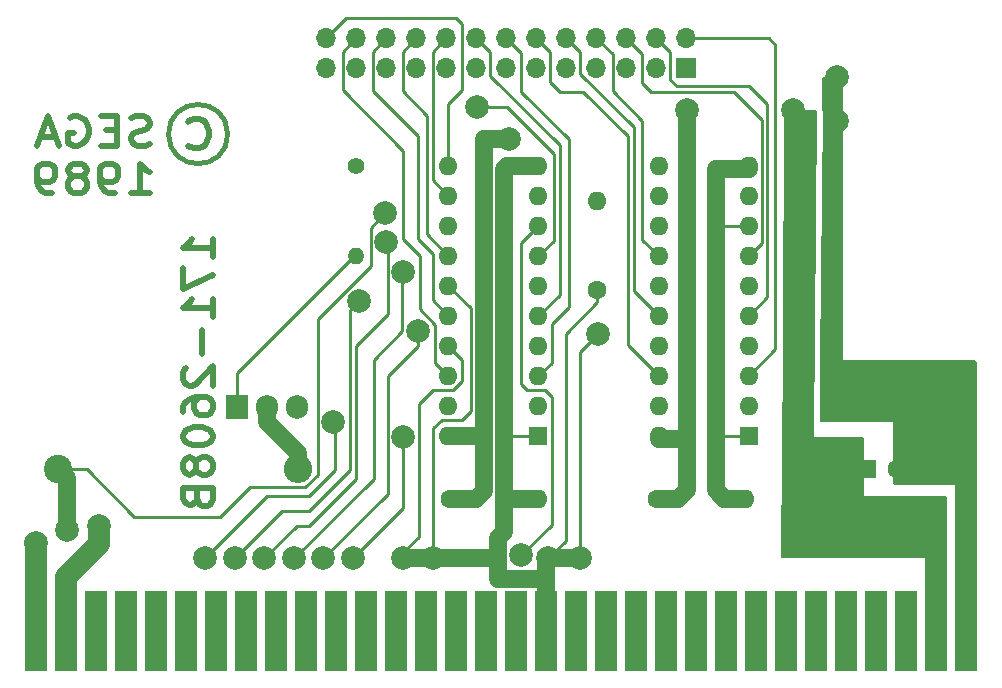
<source format=gbr>
%TF.GenerationSoftware,KiCad,Pcbnew,7.0.5*%
%TF.CreationDate,2023-10-29T18:10:31+11:00*%
%TF.ProjectId,Sega DS-16,53656761-2044-4532-9d31-362e6b696361,rev?*%
%TF.SameCoordinates,Original*%
%TF.FileFunction,Copper,L2,Bot*%
%TF.FilePolarity,Positive*%
%FSLAX46Y46*%
G04 Gerber Fmt 4.6, Leading zero omitted, Abs format (unit mm)*
G04 Created by KiCad (PCBNEW 7.0.5) date 2023-10-29 18:10:31*
%MOMM*%
%LPD*%
G01*
G04 APERTURE LIST*
%TA.AperFunction,NonConductor*%
%ADD10C,0.450000*%
%TD*%
%ADD11C,0.500000*%
%TA.AperFunction,NonConductor*%
%ADD12C,0.500000*%
%TD*%
%TA.AperFunction,ComponentPad*%
%ADD13C,1.600000*%
%TD*%
%TA.AperFunction,ComponentPad*%
%ADD14O,1.600000X1.600000*%
%TD*%
%TA.AperFunction,ComponentPad*%
%ADD15R,1.600000X1.600000*%
%TD*%
%TA.AperFunction,ComponentPad*%
%ADD16C,2.400000*%
%TD*%
%TA.AperFunction,ComponentPad*%
%ADD17O,2.400000X2.400000*%
%TD*%
%TA.AperFunction,SMDPad,CuDef*%
%ADD18R,1.905000X6.858000*%
%TD*%
%TA.AperFunction,ComponentPad*%
%ADD19C,1.400000*%
%TD*%
%TA.AperFunction,ComponentPad*%
%ADD20O,1.400000X1.400000*%
%TD*%
%TA.AperFunction,ComponentPad*%
%ADD21R,1.905000X2.000000*%
%TD*%
%TA.AperFunction,ComponentPad*%
%ADD22O,1.905000X2.000000*%
%TD*%
%TA.AperFunction,ComponentPad*%
%ADD23R,1.700000X1.700000*%
%TD*%
%TA.AperFunction,ComponentPad*%
%ADD24O,1.700000X1.700000*%
%TD*%
%TA.AperFunction,ViaPad*%
%ADD25C,2.000000*%
%TD*%
%TA.AperFunction,Conductor*%
%ADD26C,1.500000*%
%TD*%
%TA.AperFunction,Conductor*%
%ADD27C,1.900000*%
%TD*%
%TA.AperFunction,Conductor*%
%ADD28C,0.250000*%
%TD*%
%TA.AperFunction,Conductor*%
%ADD29C,2.000000*%
%TD*%
G04 APERTURE END LIST*
D10*
X122390001Y-88330000D02*
G75*
G03*
X122390001Y-88330000I-2504496J0D01*
G01*
D11*
D12*
X119064386Y-89299952D02*
X119197719Y-89419000D01*
X119197719Y-89419000D02*
X119597719Y-89538047D01*
X119597719Y-89538047D02*
X119864386Y-89538047D01*
X119864386Y-89538047D02*
X120264386Y-89419000D01*
X120264386Y-89419000D02*
X120531053Y-89180904D01*
X120531053Y-89180904D02*
X120664386Y-88942809D01*
X120664386Y-88942809D02*
X120797719Y-88466619D01*
X120797719Y-88466619D02*
X120797719Y-88109476D01*
X120797719Y-88109476D02*
X120664386Y-87633285D01*
X120664386Y-87633285D02*
X120531053Y-87395190D01*
X120531053Y-87395190D02*
X120264386Y-87157095D01*
X120264386Y-87157095D02*
X119864386Y-87038047D01*
X119864386Y-87038047D02*
X119597719Y-87038047D01*
X119597719Y-87038047D02*
X119197719Y-87157095D01*
X119197719Y-87157095D02*
X119064386Y-87276142D01*
D11*
D12*
X115807719Y-89194000D02*
X115407719Y-89313047D01*
X115407719Y-89313047D02*
X114741053Y-89313047D01*
X114741053Y-89313047D02*
X114474386Y-89194000D01*
X114474386Y-89194000D02*
X114341053Y-89074952D01*
X114341053Y-89074952D02*
X114207719Y-88836857D01*
X114207719Y-88836857D02*
X114207719Y-88598761D01*
X114207719Y-88598761D02*
X114341053Y-88360666D01*
X114341053Y-88360666D02*
X114474386Y-88241619D01*
X114474386Y-88241619D02*
X114741053Y-88122571D01*
X114741053Y-88122571D02*
X115274386Y-88003523D01*
X115274386Y-88003523D02*
X115541053Y-87884476D01*
X115541053Y-87884476D02*
X115674386Y-87765428D01*
X115674386Y-87765428D02*
X115807719Y-87527333D01*
X115807719Y-87527333D02*
X115807719Y-87289238D01*
X115807719Y-87289238D02*
X115674386Y-87051142D01*
X115674386Y-87051142D02*
X115541053Y-86932095D01*
X115541053Y-86932095D02*
X115274386Y-86813047D01*
X115274386Y-86813047D02*
X114607719Y-86813047D01*
X114607719Y-86813047D02*
X114207719Y-86932095D01*
X113007719Y-88003523D02*
X112074386Y-88003523D01*
X111674386Y-89313047D02*
X113007719Y-89313047D01*
X113007719Y-89313047D02*
X113007719Y-86813047D01*
X113007719Y-86813047D02*
X111674386Y-86813047D01*
X109007719Y-86932095D02*
X109274386Y-86813047D01*
X109274386Y-86813047D02*
X109674386Y-86813047D01*
X109674386Y-86813047D02*
X110074386Y-86932095D01*
X110074386Y-86932095D02*
X110341053Y-87170190D01*
X110341053Y-87170190D02*
X110474386Y-87408285D01*
X110474386Y-87408285D02*
X110607719Y-87884476D01*
X110607719Y-87884476D02*
X110607719Y-88241619D01*
X110607719Y-88241619D02*
X110474386Y-88717809D01*
X110474386Y-88717809D02*
X110341053Y-88955904D01*
X110341053Y-88955904D02*
X110074386Y-89194000D01*
X110074386Y-89194000D02*
X109674386Y-89313047D01*
X109674386Y-89313047D02*
X109407719Y-89313047D01*
X109407719Y-89313047D02*
X109007719Y-89194000D01*
X109007719Y-89194000D02*
X108874386Y-89074952D01*
X108874386Y-89074952D02*
X108874386Y-88241619D01*
X108874386Y-88241619D02*
X109407719Y-88241619D01*
X107807719Y-88598761D02*
X106474386Y-88598761D01*
X108074386Y-89313047D02*
X107141053Y-86813047D01*
X107141053Y-86813047D02*
X106207719Y-89313047D01*
X114207719Y-93338047D02*
X115807719Y-93338047D01*
X115007719Y-93338047D02*
X115007719Y-90838047D01*
X115007719Y-90838047D02*
X115274386Y-91195190D01*
X115274386Y-91195190D02*
X115541053Y-91433285D01*
X115541053Y-91433285D02*
X115807719Y-91552333D01*
X112874386Y-93338047D02*
X112341052Y-93338047D01*
X112341052Y-93338047D02*
X112074386Y-93219000D01*
X112074386Y-93219000D02*
X111941052Y-93099952D01*
X111941052Y-93099952D02*
X111674386Y-92742809D01*
X111674386Y-92742809D02*
X111541052Y-92266619D01*
X111541052Y-92266619D02*
X111541052Y-91314238D01*
X111541052Y-91314238D02*
X111674386Y-91076142D01*
X111674386Y-91076142D02*
X111807719Y-90957095D01*
X111807719Y-90957095D02*
X112074386Y-90838047D01*
X112074386Y-90838047D02*
X112607719Y-90838047D01*
X112607719Y-90838047D02*
X112874386Y-90957095D01*
X112874386Y-90957095D02*
X113007719Y-91076142D01*
X113007719Y-91076142D02*
X113141052Y-91314238D01*
X113141052Y-91314238D02*
X113141052Y-91909476D01*
X113141052Y-91909476D02*
X113007719Y-92147571D01*
X113007719Y-92147571D02*
X112874386Y-92266619D01*
X112874386Y-92266619D02*
X112607719Y-92385666D01*
X112607719Y-92385666D02*
X112074386Y-92385666D01*
X112074386Y-92385666D02*
X111807719Y-92266619D01*
X111807719Y-92266619D02*
X111674386Y-92147571D01*
X111674386Y-92147571D02*
X111541052Y-91909476D01*
X109941052Y-91909476D02*
X110207719Y-91790428D01*
X110207719Y-91790428D02*
X110341052Y-91671380D01*
X110341052Y-91671380D02*
X110474385Y-91433285D01*
X110474385Y-91433285D02*
X110474385Y-91314238D01*
X110474385Y-91314238D02*
X110341052Y-91076142D01*
X110341052Y-91076142D02*
X110207719Y-90957095D01*
X110207719Y-90957095D02*
X109941052Y-90838047D01*
X109941052Y-90838047D02*
X109407719Y-90838047D01*
X109407719Y-90838047D02*
X109141052Y-90957095D01*
X109141052Y-90957095D02*
X109007719Y-91076142D01*
X109007719Y-91076142D02*
X108874385Y-91314238D01*
X108874385Y-91314238D02*
X108874385Y-91433285D01*
X108874385Y-91433285D02*
X109007719Y-91671380D01*
X109007719Y-91671380D02*
X109141052Y-91790428D01*
X109141052Y-91790428D02*
X109407719Y-91909476D01*
X109407719Y-91909476D02*
X109941052Y-91909476D01*
X109941052Y-91909476D02*
X110207719Y-92028523D01*
X110207719Y-92028523D02*
X110341052Y-92147571D01*
X110341052Y-92147571D02*
X110474385Y-92385666D01*
X110474385Y-92385666D02*
X110474385Y-92861857D01*
X110474385Y-92861857D02*
X110341052Y-93099952D01*
X110341052Y-93099952D02*
X110207719Y-93219000D01*
X110207719Y-93219000D02*
X109941052Y-93338047D01*
X109941052Y-93338047D02*
X109407719Y-93338047D01*
X109407719Y-93338047D02*
X109141052Y-93219000D01*
X109141052Y-93219000D02*
X109007719Y-93099952D01*
X109007719Y-93099952D02*
X108874385Y-92861857D01*
X108874385Y-92861857D02*
X108874385Y-92385666D01*
X108874385Y-92385666D02*
X109007719Y-92147571D01*
X109007719Y-92147571D02*
X109141052Y-92028523D01*
X109141052Y-92028523D02*
X109407719Y-91909476D01*
X107541052Y-93338047D02*
X107007718Y-93338047D01*
X107007718Y-93338047D02*
X106741052Y-93219000D01*
X106741052Y-93219000D02*
X106607718Y-93099952D01*
X106607718Y-93099952D02*
X106341052Y-92742809D01*
X106341052Y-92742809D02*
X106207718Y-92266619D01*
X106207718Y-92266619D02*
X106207718Y-91314238D01*
X106207718Y-91314238D02*
X106341052Y-91076142D01*
X106341052Y-91076142D02*
X106474385Y-90957095D01*
X106474385Y-90957095D02*
X106741052Y-90838047D01*
X106741052Y-90838047D02*
X107274385Y-90838047D01*
X107274385Y-90838047D02*
X107541052Y-90957095D01*
X107541052Y-90957095D02*
X107674385Y-91076142D01*
X107674385Y-91076142D02*
X107807718Y-91314238D01*
X107807718Y-91314238D02*
X107807718Y-91909476D01*
X107807718Y-91909476D02*
X107674385Y-92147571D01*
X107674385Y-92147571D02*
X107541052Y-92266619D01*
X107541052Y-92266619D02*
X107274385Y-92385666D01*
X107274385Y-92385666D02*
X106741052Y-92385666D01*
X106741052Y-92385666D02*
X106474385Y-92266619D01*
X106474385Y-92266619D02*
X106341052Y-92147571D01*
X106341052Y-92147571D02*
X106207718Y-91909476D01*
D11*
D12*
X121128047Y-98767994D02*
X121128047Y-97253708D01*
X121128047Y-98010851D02*
X118628047Y-98010851D01*
X118628047Y-98010851D02*
X118985190Y-97758470D01*
X118985190Y-97758470D02*
X119223285Y-97506089D01*
X119223285Y-97506089D02*
X119342333Y-97253708D01*
X118628047Y-99651328D02*
X118628047Y-101417995D01*
X118628047Y-101417995D02*
X121128047Y-100282280D01*
X121128047Y-103815614D02*
X121128047Y-102301328D01*
X121128047Y-103058471D02*
X118628047Y-103058471D01*
X118628047Y-103058471D02*
X118985190Y-102806090D01*
X118985190Y-102806090D02*
X119223285Y-102553709D01*
X119223285Y-102553709D02*
X119342333Y-102301328D01*
X120175666Y-104951329D02*
X120175666Y-106970377D01*
X118866142Y-108106090D02*
X118747095Y-108232281D01*
X118747095Y-108232281D02*
X118628047Y-108484662D01*
X118628047Y-108484662D02*
X118628047Y-109115614D01*
X118628047Y-109115614D02*
X118747095Y-109367995D01*
X118747095Y-109367995D02*
X118866142Y-109494186D01*
X118866142Y-109494186D02*
X119104238Y-109620376D01*
X119104238Y-109620376D02*
X119342333Y-109620376D01*
X119342333Y-109620376D02*
X119699476Y-109494186D01*
X119699476Y-109494186D02*
X121128047Y-107979900D01*
X121128047Y-107979900D02*
X121128047Y-109620376D01*
X118628047Y-111891805D02*
X118628047Y-111387043D01*
X118628047Y-111387043D02*
X118747095Y-111134662D01*
X118747095Y-111134662D02*
X118866142Y-111008472D01*
X118866142Y-111008472D02*
X119223285Y-110756091D01*
X119223285Y-110756091D02*
X119699476Y-110629900D01*
X119699476Y-110629900D02*
X120651857Y-110629900D01*
X120651857Y-110629900D02*
X120889952Y-110756091D01*
X120889952Y-110756091D02*
X121009000Y-110882281D01*
X121009000Y-110882281D02*
X121128047Y-111134662D01*
X121128047Y-111134662D02*
X121128047Y-111639424D01*
X121128047Y-111639424D02*
X121009000Y-111891805D01*
X121009000Y-111891805D02*
X120889952Y-112017996D01*
X120889952Y-112017996D02*
X120651857Y-112144186D01*
X120651857Y-112144186D02*
X120056619Y-112144186D01*
X120056619Y-112144186D02*
X119818523Y-112017996D01*
X119818523Y-112017996D02*
X119699476Y-111891805D01*
X119699476Y-111891805D02*
X119580428Y-111639424D01*
X119580428Y-111639424D02*
X119580428Y-111134662D01*
X119580428Y-111134662D02*
X119699476Y-110882281D01*
X119699476Y-110882281D02*
X119818523Y-110756091D01*
X119818523Y-110756091D02*
X120056619Y-110629900D01*
X118628047Y-113784663D02*
X118628047Y-114037044D01*
X118628047Y-114037044D02*
X118747095Y-114289425D01*
X118747095Y-114289425D02*
X118866142Y-114415615D01*
X118866142Y-114415615D02*
X119104238Y-114541806D01*
X119104238Y-114541806D02*
X119580428Y-114667996D01*
X119580428Y-114667996D02*
X120175666Y-114667996D01*
X120175666Y-114667996D02*
X120651857Y-114541806D01*
X120651857Y-114541806D02*
X120889952Y-114415615D01*
X120889952Y-114415615D02*
X121009000Y-114289425D01*
X121009000Y-114289425D02*
X121128047Y-114037044D01*
X121128047Y-114037044D02*
X121128047Y-113784663D01*
X121128047Y-113784663D02*
X121009000Y-113532282D01*
X121009000Y-113532282D02*
X120889952Y-113406091D01*
X120889952Y-113406091D02*
X120651857Y-113279901D01*
X120651857Y-113279901D02*
X120175666Y-113153710D01*
X120175666Y-113153710D02*
X119580428Y-113153710D01*
X119580428Y-113153710D02*
X119104238Y-113279901D01*
X119104238Y-113279901D02*
X118866142Y-113406091D01*
X118866142Y-113406091D02*
X118747095Y-113532282D01*
X118747095Y-113532282D02*
X118628047Y-113784663D01*
X119699476Y-116182282D02*
X119580428Y-115929901D01*
X119580428Y-115929901D02*
X119461380Y-115803711D01*
X119461380Y-115803711D02*
X119223285Y-115677520D01*
X119223285Y-115677520D02*
X119104238Y-115677520D01*
X119104238Y-115677520D02*
X118866142Y-115803711D01*
X118866142Y-115803711D02*
X118747095Y-115929901D01*
X118747095Y-115929901D02*
X118628047Y-116182282D01*
X118628047Y-116182282D02*
X118628047Y-116687044D01*
X118628047Y-116687044D02*
X118747095Y-116939425D01*
X118747095Y-116939425D02*
X118866142Y-117065616D01*
X118866142Y-117065616D02*
X119104238Y-117191806D01*
X119104238Y-117191806D02*
X119223285Y-117191806D01*
X119223285Y-117191806D02*
X119461380Y-117065616D01*
X119461380Y-117065616D02*
X119580428Y-116939425D01*
X119580428Y-116939425D02*
X119699476Y-116687044D01*
X119699476Y-116687044D02*
X119699476Y-116182282D01*
X119699476Y-116182282D02*
X119818523Y-115929901D01*
X119818523Y-115929901D02*
X119937571Y-115803711D01*
X119937571Y-115803711D02*
X120175666Y-115677520D01*
X120175666Y-115677520D02*
X120651857Y-115677520D01*
X120651857Y-115677520D02*
X120889952Y-115803711D01*
X120889952Y-115803711D02*
X121009000Y-115929901D01*
X121009000Y-115929901D02*
X121128047Y-116182282D01*
X121128047Y-116182282D02*
X121128047Y-116687044D01*
X121128047Y-116687044D02*
X121009000Y-116939425D01*
X121009000Y-116939425D02*
X120889952Y-117065616D01*
X120889952Y-117065616D02*
X120651857Y-117191806D01*
X120651857Y-117191806D02*
X120175666Y-117191806D01*
X120175666Y-117191806D02*
X119937571Y-117065616D01*
X119937571Y-117065616D02*
X119818523Y-116939425D01*
X119818523Y-116939425D02*
X119699476Y-116687044D01*
X119818523Y-119210854D02*
X119937571Y-119589426D01*
X119937571Y-119589426D02*
X120056619Y-119715616D01*
X120056619Y-119715616D02*
X120294714Y-119841807D01*
X120294714Y-119841807D02*
X120651857Y-119841807D01*
X120651857Y-119841807D02*
X120889952Y-119715616D01*
X120889952Y-119715616D02*
X121009000Y-119589426D01*
X121009000Y-119589426D02*
X121128047Y-119337045D01*
X121128047Y-119337045D02*
X121128047Y-118327521D01*
X121128047Y-118327521D02*
X118628047Y-118327521D01*
X118628047Y-118327521D02*
X118628047Y-119210854D01*
X118628047Y-119210854D02*
X118747095Y-119463235D01*
X118747095Y-119463235D02*
X118866142Y-119589426D01*
X118866142Y-119589426D02*
X119104238Y-119715616D01*
X119104238Y-119715616D02*
X119342333Y-119715616D01*
X119342333Y-119715616D02*
X119580428Y-119589426D01*
X119580428Y-119589426D02*
X119699476Y-119463235D01*
X119699476Y-119463235D02*
X119818523Y-119210854D01*
X119818523Y-119210854D02*
X119818523Y-118327521D01*
D13*
%TO.P,C4,1*%
%TO.N,+5V*%
X141200000Y-119195000D03*
D14*
%TO.P,C4,2*%
%TO.N,GND*%
X148700000Y-119195000D03*
%TD*%
D15*
%TO.P,IC1,1,1OE*%
%TO.N,GND*%
X166500000Y-113895000D03*
D14*
%TO.P,IC1,2,1A0*%
%TO.N,/A23*%
X166500000Y-111355000D03*
%TO.P,IC1,3,2Y0*%
%TO.N,/A2Y0*%
X166500000Y-108815000D03*
%TO.P,IC1,4,1A1*%
%TO.N,/A22*%
X166500000Y-106275000D03*
%TO.P,IC1,5,2Y1*%
%TO.N,/A2Y1*%
X166500000Y-103735000D03*
%TO.P,IC1,6,1A2*%
%TO.N,/A21*%
X166500000Y-101195000D03*
%TO.P,IC1,7,2Y2*%
%TO.N,/A2Y2*%
X166500000Y-98655000D03*
%TO.P,IC1,8,1A3*%
%TO.N,GND*%
X166500000Y-96115000D03*
%TO.P,IC1,9,2Y3*%
%TO.N,unconnected-(IC1-2Y3-Pad9)*%
X166500000Y-93575000D03*
%TO.P,IC1,10,GND*%
%TO.N,GND*%
X166500000Y-91035000D03*
%TO.P,IC1,11,2A3*%
X158880000Y-91035000D03*
%TO.P,IC1,12,1Y3*%
%TO.N,unconnected-(IC1-1Y3-Pad12)*%
X158880000Y-93575000D03*
%TO.P,IC1,13,2A2*%
%TO.N,/A20*%
X158880000Y-96115000D03*
%TO.P,IC1,14,1Y2*%
%TO.N,/A1Y2*%
X158880000Y-98655000D03*
%TO.P,IC1,15,2A1*%
%TO.N,/A19*%
X158880000Y-101195000D03*
%TO.P,IC1,16,1Y1*%
%TO.N,/A1Y1*%
X158880000Y-103735000D03*
%TO.P,IC1,17,2A0*%
%TO.N,/A18*%
X158880000Y-106275000D03*
%TO.P,IC1,18,1Y0*%
%TO.N,/A1Y0*%
X158880000Y-108815000D03*
%TO.P,IC1,19,2OE*%
%TO.N,GND*%
X158880000Y-111355000D03*
%TO.P,IC1,20,VCC*%
%TO.N,+5V*%
X158880000Y-113895000D03*
%TD*%
D16*
%TO.P,R2,1*%
%TO.N,/~{MRES}*%
X108000000Y-116695000D03*
D17*
%TO.P,R2,2*%
%TO.N,Net-(TR1-C)*%
X128320000Y-116695000D03*
%TD*%
D18*
%TO.P,J1,A1,Pin_a1*%
%TO.N,GND*%
X106143000Y-130413000D03*
%TO.P,J1,A2,Pin_a2*%
%TO.N,+5V*%
X108683000Y-130413000D03*
%TO.P,J1,A3,Pin_a3*%
%TO.N,/A8*%
X111223000Y-130413000D03*
%TO.P,J1,A4,Pin_a4*%
%TO.N,/A11*%
X113763000Y-130413000D03*
%TO.P,J1,A5,Pin_a5*%
%TO.N,/A7*%
X116303000Y-130413000D03*
%TO.P,J1,A6,Pin_a6*%
%TO.N,/A12*%
X118843000Y-130413000D03*
%TO.P,J1,A7,Pin_a7*%
%TO.N,/A6*%
X121383000Y-130413000D03*
%TO.P,J1,A8,Pin_a8*%
%TO.N,/A13*%
X123923000Y-130413000D03*
%TO.P,J1,A9,Pin_a9*%
%TO.N,/A5*%
X126463000Y-130413000D03*
%TO.P,J1,A10,Pin_a10*%
%TO.N,/A14*%
X129003000Y-130413000D03*
%TO.P,J1,A11,Pin_a11*%
%TO.N,/A4*%
X131543000Y-130413000D03*
%TO.P,J1,A12,Pin_a12*%
%TO.N,/A15*%
X134083000Y-130413000D03*
%TO.P,J1,A13,Pin_a13*%
%TO.N,/A3*%
X136623000Y-130413000D03*
%TO.P,J1,A14,Pin_a14*%
%TO.N,/A16*%
X139163000Y-130413000D03*
%TO.P,J1,A15,Pin_a15*%
%TO.N,/A2*%
X141703000Y-130413000D03*
%TO.P,J1,A16,Pin_a16*%
%TO.N,/A17*%
X144243000Y-130413000D03*
%TO.P,J1,A17,Pin_a17*%
%TO.N,/A1*%
X146783000Y-130413000D03*
%TO.P,J1,A18,Pin_a18*%
%TO.N,GND*%
X149323000Y-130413000D03*
%TO.P,J1,A19,Pin_a19*%
%TO.N,/D7*%
X151863000Y-130413000D03*
%TO.P,J1,A20,Pin_a20*%
%TO.N,/D0*%
X154403000Y-130413000D03*
%TO.P,J1,A21,Pin_a21*%
%TO.N,/D8*%
X156943000Y-130413000D03*
%TO.P,J1,A22,Pin_a22*%
%TO.N,/D6*%
X159483000Y-130413000D03*
%TO.P,J1,A23,Pin_a23*%
%TO.N,/D1*%
X162023000Y-130413000D03*
%TO.P,J1,A24,Pin_a24*%
%TO.N,/D9*%
X164563000Y-130413000D03*
%TO.P,J1,A25,Pin_a25*%
%TO.N,/D5*%
X167103000Y-130413000D03*
%TO.P,J1,A26,Pin_a26*%
%TO.N,/D2*%
X169643000Y-130413000D03*
%TO.P,J1,A27,Pin_a27*%
%TO.N,/D10*%
X172183000Y-130413000D03*
%TO.P,J1,A28,Pin_a28*%
%TO.N,/D4*%
X174723000Y-130413000D03*
%TO.P,J1,A29,Pin_a29*%
%TO.N,/D3*%
X177263000Y-130413000D03*
%TO.P,J1,A30,Pin_a30*%
%TO.N,/D11*%
X179803000Y-130413000D03*
%TO.P,J1,A31,Pin_a31*%
%TO.N,+5V*%
X182343000Y-130413000D03*
%TO.P,J1,A32,Pin_a32*%
%TO.N,GND*%
X184883000Y-130413000D03*
%TD*%
D19*
%TO.P,R1,1*%
%TO.N,Net-(IC2-2Y3)*%
X133250000Y-91075000D03*
D20*
%TO.P,R1,2*%
%TO.N,Net-(TR1-B)*%
X133250000Y-98695000D03*
%TD*%
D15*
%TO.P,IC2,1,1OE*%
%TO.N,GND*%
X148700000Y-113895000D03*
D14*
%TO.P,IC2,2,1A0*%
%TO.N,/~{TIME}*%
X148700000Y-111355000D03*
%TO.P,IC2,3,2Y0*%
%TO.N,/B2Y0*%
X148700000Y-108815000D03*
%TO.P,IC2,4,1A1*%
%TO.N,GND*%
X148700000Y-106275000D03*
%TO.P,IC2,5,2Y1*%
%TO.N,/B2Y1*%
X148700000Y-103735000D03*
%TO.P,IC2,6,1A2*%
%TO.N,GND*%
X148700000Y-101195000D03*
%TO.P,IC2,7,2Y2*%
%TO.N,/B2Y2*%
X148700000Y-98655000D03*
%TO.P,IC2,8,1A3*%
%TO.N,/~{CEO}*%
X148700000Y-96115000D03*
%TO.P,IC2,9,2Y3*%
%TO.N,Net-(IC2-2Y3)*%
X148700000Y-93575000D03*
%TO.P,IC2,10,GND*%
%TO.N,GND*%
X148700000Y-91035000D03*
%TO.P,IC2,11,2A3*%
%TO.N,/B2A3*%
X141080000Y-91035000D03*
%TO.P,IC2,12,1Y3*%
%TO.N,/B1Y3*%
X141080000Y-93575000D03*
%TO.P,IC2,13,2A2*%
%TO.N,/~{MRES}*%
X141080000Y-96115000D03*
%TO.P,IC2,14,1Y2*%
%TO.N,/B1Y2*%
X141080000Y-98655000D03*
%TO.P,IC2,15,2A1*%
%TO.N,GND*%
X141080000Y-101195000D03*
%TO.P,IC2,16,1Y1*%
%TO.N,/B1Y1*%
X141080000Y-103735000D03*
%TO.P,IC2,17,2A0*%
%TO.N,GND*%
X141080000Y-106275000D03*
%TO.P,IC2,18,1Y0*%
%TO.N,/B1Y0*%
X141080000Y-108815000D03*
%TO.P,IC2,19,2OE*%
%TO.N,GND*%
X141080000Y-111355000D03*
%TO.P,IC2,20,VCC*%
%TO.N,+5V*%
X141080000Y-113895000D03*
%TD*%
D13*
%TO.P,C2,1*%
%TO.N,GND*%
X153700000Y-101500000D03*
D14*
%TO.P,C2,2*%
X153700000Y-94000000D03*
%TD*%
D15*
%TO.P,C1,1*%
%TO.N,+5V*%
X176517621Y-116695000D03*
D13*
%TO.P,C1,2*%
%TO.N,GND*%
X179017621Y-116695000D03*
%TD*%
D21*
%TO.P,TR1,1,B*%
%TO.N,Net-(TR1-B)*%
X123160000Y-111425000D03*
D22*
%TO.P,TR1,2,C*%
%TO.N,Net-(TR1-C)*%
X125700000Y-111425000D03*
%TO.P,TR1,3,E*%
%TO.N,GND*%
X128240000Y-111425000D03*
%TD*%
D13*
%TO.P,C3,1*%
%TO.N,+5V*%
X158700000Y-119195000D03*
D14*
%TO.P,C3,2*%
%TO.N,GND*%
X166200000Y-119195000D03*
%TD*%
D23*
%TO.P,J2,1,Pin_1*%
%TO.N,GND*%
X161230000Y-82735000D03*
D24*
%TO.P,J2,2,Pin_2*%
%TO.N,/A2Y0*%
X161230000Y-80195000D03*
%TO.P,J2,3,Pin_3*%
%TO.N,GND*%
X158690000Y-82735000D03*
%TO.P,J2,4,Pin_4*%
%TO.N,/A2Y1*%
X158690000Y-80195000D03*
%TO.P,J2,5,Pin_5*%
%TO.N,GND*%
X156150000Y-82735000D03*
%TO.P,J2,6,Pin_6*%
%TO.N,/A2Y2*%
X156150000Y-80195000D03*
%TO.P,J2,7,Pin_7*%
%TO.N,GND*%
X153610000Y-82735000D03*
%TO.P,J2,8,Pin_8*%
%TO.N,/A1Y2*%
X153610000Y-80195000D03*
%TO.P,J2,9,Pin_9*%
%TO.N,GND*%
X151070000Y-82735000D03*
%TO.P,J2,10,Pin_10*%
%TO.N,/A1Y1*%
X151070000Y-80195000D03*
%TO.P,J2,11,Pin_11*%
%TO.N,GND*%
X148530000Y-82735000D03*
%TO.P,J2,12,Pin_12*%
%TO.N,/A1Y0*%
X148530000Y-80195000D03*
%TO.P,J2,13,Pin_13*%
%TO.N,GND*%
X145990000Y-82735000D03*
%TO.P,J2,14,Pin_14*%
%TO.N,/B2Y0*%
X145990000Y-80195000D03*
%TO.P,J2,15,Pin_15*%
%TO.N,GND*%
X143450000Y-82735000D03*
%TO.P,J2,16,Pin_16*%
%TO.N,/B2Y1*%
X143450000Y-80195000D03*
%TO.P,J2,17,Pin_17*%
%TO.N,GND*%
X140910000Y-82735000D03*
%TO.P,J2,18,Pin_18*%
%TO.N,/B1Y3*%
X140910000Y-80195000D03*
%TO.P,J2,19,Pin_19*%
%TO.N,GND*%
X138370000Y-82735000D03*
%TO.P,J2,20,Pin_20*%
%TO.N,/B1Y2*%
X138370000Y-80195000D03*
%TO.P,J2,21,Pin_21*%
%TO.N,GND*%
X135830000Y-82735000D03*
%TO.P,J2,22,Pin_22*%
%TO.N,/B1Y1*%
X135830000Y-80195000D03*
%TO.P,J2,23,Pin_23*%
%TO.N,/B2Y2*%
X133290000Y-82735000D03*
%TO.P,J2,24,Pin_24*%
%TO.N,/B1Y0*%
X133290000Y-80195000D03*
%TO.P,J2,25,Pin_25*%
%TO.N,unconnected-(J2-Pin_25-Pad25)*%
X130750000Y-82735000D03*
%TO.P,J2,26,Pin_26*%
%TO.N,/B2A3*%
X130750000Y-80195000D03*
%TD*%
D25*
%TO.N,+5V*%
X173750000Y-121750000D03*
X146250000Y-88750000D03*
X170250000Y-86250000D03*
X161250000Y-86250000D03*
X111500000Y-121500000D03*
X171250000Y-121750000D03*
X176250000Y-121750000D03*
%TO.N,GND*%
X139750000Y-124250000D03*
X176300000Y-111500000D03*
X149500000Y-124250000D03*
X174000000Y-83500000D03*
X137250000Y-124250000D03*
X152250000Y-124250000D03*
X106134066Y-122958381D03*
X153750000Y-105250000D03*
X174000000Y-87250000D03*
X173750000Y-111500000D03*
%TO.N,/A23*%
X137250000Y-114000000D03*
X133000000Y-124250000D03*
%TO.N,/A22*%
X130500000Y-124250000D03*
X138500000Y-105000000D03*
%TO.N,/A21*%
X128000000Y-124250000D03*
X137250000Y-100000000D03*
%TO.N,/A20*%
X135824500Y-97500000D03*
X125500000Y-124250000D03*
%TO.N,/A19*%
X123000000Y-124250000D03*
X133500000Y-102500000D03*
%TO.N,/A18*%
X131324500Y-112750000D03*
X120500000Y-124250000D03*
%TO.N,/B2Y2*%
X143500000Y-86000000D03*
%TO.N,/~{CEO}*%
X147250000Y-124000000D03*
%TO.N,/~{MRES}*%
X108781571Y-121815455D03*
X135750000Y-95000000D03*
%TD*%
D26*
%TO.N,+5V*%
X144050000Y-107500000D02*
X144050000Y-88800000D01*
X161250000Y-114000000D02*
X161250000Y-86250000D01*
X144050000Y-88800000D02*
X144100000Y-88750000D01*
X144050000Y-113450000D02*
X144050000Y-107500000D01*
X161250000Y-118500000D02*
X161250000Y-114000000D01*
X144050000Y-117500000D02*
X144050000Y-114550000D01*
X158880000Y-114120000D02*
X161130000Y-114120000D01*
D27*
X108683000Y-125817000D02*
X111500000Y-123000000D01*
D26*
X161130000Y-114120000D02*
X161250000Y-114000000D01*
D27*
X108683000Y-130413000D02*
X108683000Y-125817000D01*
D26*
X160555000Y-119195000D02*
X161250000Y-118500000D01*
X141200000Y-119195000D02*
X143445000Y-119195000D01*
D27*
X111500000Y-123000000D02*
X111500000Y-121500000D01*
D26*
X144100000Y-88750000D02*
X146250000Y-88750000D01*
X158700000Y-119195000D02*
X160555000Y-119195000D01*
X144050000Y-107500000D02*
X144050000Y-118590000D01*
X143395000Y-113895000D02*
X141080000Y-113895000D01*
X143445000Y-119195000D02*
X144050000Y-118590000D01*
D28*
%TO.N,GND*%
X153700000Y-102550000D02*
X153700000Y-101500000D01*
D27*
X106135614Y-124250000D02*
X106135614Y-122959929D01*
D28*
X139750000Y-113250000D02*
X139750000Y-124250000D01*
X151000000Y-122750000D02*
X151000000Y-105250000D01*
D26*
X148700000Y-119195000D02*
X146055000Y-119195000D01*
D28*
X142250000Y-109235991D02*
X141485991Y-110000000D01*
D29*
X106135614Y-122959929D02*
X106134066Y-122958381D01*
D26*
X146035000Y-91035000D02*
X148700000Y-91035000D01*
D28*
X151000000Y-105250000D02*
X153700000Y-102550000D01*
X139750000Y-110000000D02*
X138575000Y-111175000D01*
X152250000Y-124250000D02*
X152250000Y-106750000D01*
X152250000Y-106750000D02*
X153750000Y-105250000D01*
D26*
X145750000Y-91320000D02*
X146035000Y-91035000D01*
D28*
X166500000Y-96115000D02*
X163885000Y-96115000D01*
X145855000Y-113895000D02*
X145750000Y-114000000D01*
X141080000Y-106275000D02*
X142250000Y-107445000D01*
X141080000Y-101195000D02*
X142975000Y-103090000D01*
D26*
X145750000Y-117500000D02*
X145750000Y-114000000D01*
X145750000Y-117500000D02*
X145750000Y-122000000D01*
D28*
X142975000Y-111775000D02*
X142250000Y-112500000D01*
D26*
X149323000Y-130413000D02*
X149323000Y-126000000D01*
D28*
X142250000Y-112500000D02*
X140500000Y-112500000D01*
D26*
X145250000Y-126000000D02*
X145250000Y-124250000D01*
D28*
X142975000Y-103090000D02*
X142975000Y-111775000D01*
X140500000Y-112500000D02*
X139750000Y-113250000D01*
X163855000Y-113895000D02*
X163750000Y-114000000D01*
D26*
X149500000Y-124250000D02*
X152250000Y-124250000D01*
X166200000Y-119195000D02*
X164445000Y-119195000D01*
X137250000Y-124250000D02*
X139750000Y-124250000D01*
X146000000Y-119250000D02*
X145750000Y-119000000D01*
X149323000Y-124427000D02*
X149500000Y-124250000D01*
X163750000Y-118500000D02*
X163750000Y-114000000D01*
D28*
X149500000Y-124250000D02*
X151000000Y-122750000D01*
X138575000Y-111175000D02*
X138575000Y-122425000D01*
X163885000Y-96115000D02*
X163750000Y-96250000D01*
D26*
X163760000Y-91260000D02*
X166500000Y-91260000D01*
X149323000Y-126000000D02*
X145250000Y-126000000D01*
D28*
X138575000Y-122425000D02*
X137250000Y-123750000D01*
D26*
X145750000Y-119000000D02*
X145750000Y-117500000D01*
D27*
X106143000Y-130413000D02*
X106135614Y-124250000D01*
D26*
X145250000Y-124250000D02*
X145250000Y-122500000D01*
D28*
X142250000Y-107445000D02*
X142250000Y-109235991D01*
D26*
X145750000Y-114000000D02*
X145750000Y-91320000D01*
X163750000Y-114000000D02*
X163750000Y-96250000D01*
D28*
X148700000Y-113895000D02*
X145855000Y-113895000D01*
X166500000Y-113895000D02*
X163855000Y-113895000D01*
D26*
X163750000Y-91250000D02*
X163760000Y-91260000D01*
X145250000Y-124250000D02*
X139750000Y-124250000D01*
X149323000Y-126000000D02*
X149323000Y-124427000D01*
X145750000Y-122000000D02*
X145250000Y-122500000D01*
D28*
X137250000Y-123750000D02*
X137250000Y-124250000D01*
D26*
X163750000Y-96250000D02*
X163750000Y-91250000D01*
D28*
X141485991Y-110000000D02*
X139750000Y-110000000D01*
D26*
X146055000Y-119195000D02*
X146000000Y-119250000D01*
X164445000Y-119195000D02*
X163750000Y-118500000D01*
D28*
%TO.N,/A23*%
X137250000Y-120000000D02*
X133000000Y-124250000D01*
X137250000Y-114000000D02*
X137250000Y-120000000D01*
%TO.N,/A2Y0*%
X168750000Y-106565000D02*
X166500000Y-108815000D01*
X168750000Y-80750000D02*
X168750000Y-106565000D01*
X161230000Y-80195000D02*
X168195000Y-80195000D01*
X168195000Y-80195000D02*
X168750000Y-80750000D01*
%TO.N,/A22*%
X135925000Y-118825000D02*
X130500000Y-124250000D01*
X135925000Y-108825000D02*
X135925000Y-118825000D01*
X138500000Y-105000000D02*
X138500000Y-106250000D01*
X138500000Y-106250000D02*
X135925000Y-108825000D01*
%TO.N,/A2Y1*%
X159865000Y-83720000D02*
X159865000Y-81370000D01*
X160395000Y-84250000D02*
X159865000Y-83720000D01*
X168075000Y-102160000D02*
X168075000Y-85825000D01*
X166500000Y-103735000D02*
X168075000Y-102160000D01*
X159865000Y-81370000D02*
X158690000Y-80195000D01*
X168075000Y-85825000D02*
X166500000Y-84250000D01*
X166500000Y-84250000D02*
X160395000Y-84250000D01*
%TO.N,/A21*%
X134750000Y-117500000D02*
X128000000Y-124250000D01*
X134750000Y-107425000D02*
X134750000Y-117500000D01*
X137250000Y-100000000D02*
X137175000Y-100075000D01*
X137175000Y-100075000D02*
X137175000Y-105000000D01*
X137175000Y-105000000D02*
X134750000Y-107425000D01*
%TO.N,/A2Y2*%
X157500000Y-84000000D02*
X157500000Y-81545000D01*
X167625000Y-87125000D02*
X165250000Y-84750000D01*
X165250000Y-84750000D02*
X158250000Y-84750000D01*
X158250000Y-84750000D02*
X157500000Y-84000000D01*
X167625000Y-97530000D02*
X167625000Y-87125000D01*
X157500000Y-81545000D02*
X156150000Y-80195000D01*
X166500000Y-98655000D02*
X167625000Y-97530000D01*
%TO.N,/A20*%
X135824500Y-97500000D02*
X135925000Y-97600500D01*
X133250000Y-106250000D02*
X133250000Y-117500000D01*
X133250000Y-117500000D02*
X129250000Y-121500000D01*
X129250000Y-121500000D02*
X128250000Y-121500000D01*
X128250000Y-121500000D02*
X125500000Y-124250000D01*
X135925000Y-103575000D02*
X133250000Y-106250000D01*
X135925000Y-97600500D02*
X135925000Y-103575000D01*
%TO.N,/A1Y2*%
X157500000Y-87250000D02*
X154975000Y-84725000D01*
X157500000Y-97275000D02*
X157500000Y-87250000D01*
X154975000Y-81560000D02*
X153610000Y-80195000D01*
X154975000Y-84725000D02*
X154975000Y-81560000D01*
X158880000Y-98655000D02*
X157500000Y-97275000D01*
%TO.N,/A19*%
X132750000Y-103250000D02*
X132750000Y-116750000D01*
X132750000Y-116750000D02*
X129250000Y-120250000D01*
X129250000Y-120250000D02*
X127000000Y-120250000D01*
X133500000Y-102500000D02*
X132750000Y-103250000D01*
X127000000Y-120250000D02*
X123000000Y-124250000D01*
%TO.N,/A1Y1*%
X156750000Y-101605000D02*
X156750000Y-87750000D01*
X152250000Y-81375000D02*
X151070000Y-80195000D01*
X158880000Y-103735000D02*
X156750000Y-101605000D01*
X152250000Y-83250000D02*
X152250000Y-81375000D01*
X156750000Y-87750000D02*
X152250000Y-83250000D01*
%TO.N,/A18*%
X129250000Y-119000000D02*
X125750000Y-119000000D01*
X125750000Y-119000000D02*
X120500000Y-124250000D01*
X131500000Y-116750000D02*
X129250000Y-119000000D01*
X131500000Y-112925500D02*
X131500000Y-116750000D01*
X131324500Y-112750000D02*
X131500000Y-112925500D01*
%TO.N,/A1Y0*%
X156250000Y-106185000D02*
X156250000Y-88500000D01*
X156250000Y-88500000D02*
X152500000Y-84750000D01*
X158880000Y-108815000D02*
X156250000Y-106185000D01*
X150500000Y-84750000D02*
X149705000Y-83955000D01*
X152500000Y-84750000D02*
X150500000Y-84750000D01*
X149705000Y-83955000D02*
X149705000Y-81370000D01*
X149705000Y-81370000D02*
X148530000Y-80195000D01*
%TO.N,/B2Y0*%
X147250000Y-84750000D02*
X151250000Y-88750000D01*
X149825000Y-107690000D02*
X148700000Y-108815000D01*
X147250000Y-81455000D02*
X147250000Y-84750000D01*
X149825000Y-104425000D02*
X149825000Y-107690000D01*
X151250000Y-88750000D02*
X151250000Y-103000000D01*
X151250000Y-103000000D02*
X149825000Y-104425000D01*
X145990000Y-80195000D02*
X147250000Y-81455000D01*
%TO.N,/B2Y1*%
X150500000Y-101935000D02*
X150500000Y-89250000D01*
X150500000Y-89250000D02*
X144625000Y-83375000D01*
X144625000Y-83375000D02*
X144625000Y-81370000D01*
X148700000Y-103735000D02*
X150500000Y-101935000D01*
X144625000Y-81370000D02*
X143450000Y-80195000D01*
%TO.N,/B2Y2*%
X150000000Y-97355000D02*
X150000000Y-90000000D01*
X148700000Y-98655000D02*
X150000000Y-97355000D01*
X150000000Y-90000000D02*
X146000000Y-86000000D01*
X146000000Y-86000000D02*
X143500000Y-86000000D01*
%TO.N,/~{CEO}*%
X149825000Y-121425000D02*
X147250000Y-124000000D01*
X149250000Y-110000000D02*
X149825000Y-110575000D01*
X147250000Y-97565000D02*
X147250000Y-109500000D01*
X147750000Y-110000000D02*
X149250000Y-110000000D01*
X148700000Y-96115000D02*
X147250000Y-97565000D01*
X149825000Y-110575000D02*
X149825000Y-121425000D01*
X147250000Y-109500000D02*
X147750000Y-110000000D01*
%TO.N,/B2A3*%
X141080000Y-85795000D02*
X142250000Y-84625000D01*
X142250000Y-79000000D02*
X141750000Y-78500000D01*
X132445000Y-78500000D02*
X130750000Y-80195000D01*
X142250000Y-84625000D02*
X142250000Y-79000000D01*
X141080000Y-91035000D02*
X141080000Y-85795000D01*
X141750000Y-78500000D02*
X132445000Y-78500000D01*
%TO.N,/B1Y3*%
X139735000Y-92230000D02*
X139735000Y-81370000D01*
X141080000Y-93575000D02*
X139735000Y-92230000D01*
X139735000Y-81370000D02*
X140910000Y-80195000D01*
%TO.N,/B1Y2*%
X139250000Y-86763351D02*
X137195000Y-84708351D01*
X137195000Y-81370000D02*
X138370000Y-80195000D01*
X137195000Y-84708351D02*
X137195000Y-81370000D01*
X141080000Y-98655000D02*
X139250000Y-96825000D01*
X139250000Y-96825000D02*
X139250000Y-86763351D01*
%TO.N,/B1Y1*%
X138500000Y-97250000D02*
X138500000Y-88500000D01*
X138500000Y-88500000D02*
X134655000Y-84655000D01*
X134655000Y-84655000D02*
X134655000Y-81370000D01*
X141080000Y-103735000D02*
X139750000Y-102405000D01*
X139750000Y-98500000D02*
X138500000Y-97250000D01*
X139750000Y-102405000D02*
X139750000Y-98500000D01*
X134655000Y-81370000D02*
X135830000Y-80195000D01*
%TO.N,/B1Y0*%
X139955000Y-104455000D02*
X138661167Y-103161167D01*
X137250000Y-89750000D02*
X132115000Y-84615000D01*
X138661167Y-103161167D02*
X138661167Y-98661167D01*
X137250000Y-97250000D02*
X137250000Y-89750000D01*
X132115000Y-84615000D02*
X132115000Y-81370000D01*
X132115000Y-81370000D02*
X133290000Y-80195000D01*
X138661167Y-98661167D02*
X137250000Y-97250000D01*
X141080000Y-108815000D02*
X139955000Y-107690000D01*
X139955000Y-107690000D02*
X139955000Y-104455000D01*
D26*
%TO.N,Net-(TR1-C)*%
X128320000Y-115315000D02*
X125700000Y-112695000D01*
X125700000Y-112695000D02*
X125700000Y-111425000D01*
X128320000Y-116695000D02*
X128320000Y-115315000D01*
D28*
%TO.N,Net-(TR1-B)*%
X123160000Y-108590000D02*
X133055000Y-98695000D01*
X133055000Y-98695000D02*
X133250000Y-98695000D01*
X123160000Y-111425000D02*
X123160000Y-108590000D01*
%TO.N,/~{MRES}*%
X135750000Y-95000000D02*
X134500000Y-96250000D01*
X134500000Y-99500000D02*
X130000000Y-104000000D01*
X124250000Y-118250000D02*
X121750000Y-120750000D01*
X130000000Y-104000000D02*
X130000000Y-117171676D01*
X114500000Y-120750000D02*
X110445000Y-116695000D01*
X110445000Y-116695000D02*
X108000000Y-116695000D01*
D26*
X108781571Y-121815455D02*
X108781571Y-117476571D01*
D28*
X134500000Y-96250000D02*
X134500000Y-99500000D01*
X130000000Y-117171676D02*
X128921676Y-118250000D01*
D26*
X108781571Y-117476571D02*
X108000000Y-116695000D01*
D28*
X121750000Y-120750000D02*
X114500000Y-120750000D01*
X128921676Y-118250000D02*
X124250000Y-118250000D01*
%TD*%
%TA.AperFunction,Conductor*%
%TO.N,GND*%
G36*
X174443039Y-83519685D02*
G01*
X174488794Y-83572489D01*
X174500000Y-83624000D01*
X174500000Y-107500000D01*
X185676000Y-107500000D01*
X185743039Y-107519685D01*
X185788794Y-107572489D01*
X185800000Y-107624000D01*
X185800000Y-127876000D01*
X185780315Y-127943039D01*
X185727511Y-127988794D01*
X185676000Y-128000000D01*
X184124000Y-128000000D01*
X184056961Y-127980315D01*
X184011206Y-127927511D01*
X184000000Y-127876000D01*
X184000000Y-118000000D01*
X178874000Y-118000000D01*
X178806961Y-117980315D01*
X178761206Y-117927511D01*
X178750000Y-117876000D01*
X178750000Y-112750000D01*
X172641903Y-112750000D01*
X172574864Y-112730315D01*
X172529109Y-112677511D01*
X172517908Y-112624883D01*
X172563426Y-107572489D01*
X172754352Y-86379671D01*
X172743299Y-86269887D01*
X172732098Y-86217259D01*
X172732094Y-86217249D01*
X172732093Y-86217241D01*
X172731384Y-86214620D01*
X172727083Y-86181174D01*
X172748949Y-83622939D01*
X172769205Y-83556071D01*
X172822398Y-83510769D01*
X172872944Y-83500000D01*
X174376000Y-83500000D01*
X174443039Y-83519685D01*
G37*
%TD.AperFunction*%
%TD*%
%TA.AperFunction,Conductor*%
%TO.N,+5V*%
G36*
X172191917Y-86269685D02*
G01*
X172237672Y-86322489D01*
X172248873Y-86375117D01*
X171999999Y-113999999D01*
X172000000Y-114000000D01*
X176126000Y-114000000D01*
X176193039Y-114019685D01*
X176238794Y-114072489D01*
X176250000Y-114123999D01*
X176250000Y-119000000D01*
X183166000Y-119000000D01*
X183233039Y-119019685D01*
X183278794Y-119072489D01*
X183290000Y-119124000D01*
X183290000Y-127626000D01*
X183270315Y-127693039D01*
X183217511Y-127738794D01*
X183166000Y-127750000D01*
X181514000Y-127750000D01*
X181446961Y-127730315D01*
X181401206Y-127677511D01*
X181390000Y-127626000D01*
X181390000Y-124250000D01*
X169374818Y-124250000D01*
X169307779Y-124230315D01*
X169262024Y-124177511D01*
X169250821Y-124125184D01*
X169365474Y-106697915D01*
X169369366Y-106667903D01*
X169375500Y-106644019D01*
X169375500Y-106623982D01*
X169377027Y-106604582D01*
X169380160Y-106584804D01*
X169375775Y-106538415D01*
X169375500Y-106532577D01*
X169375500Y-105173951D01*
X169499190Y-86373184D01*
X169519315Y-86306276D01*
X169572419Y-86260869D01*
X169623187Y-86250000D01*
X172124878Y-86250000D01*
X172191917Y-86269685D01*
G37*
%TD.AperFunction*%
%TD*%
M02*

</source>
